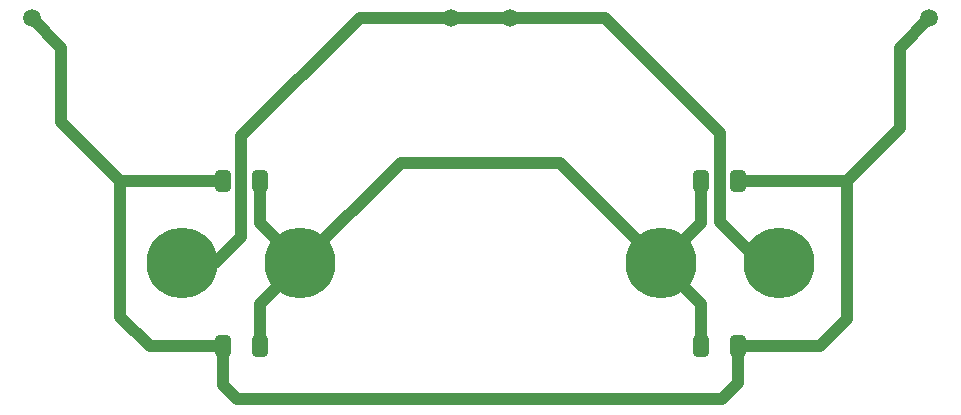
<source format=gbr>
%TF.GenerationSoftware,KiCad,Pcbnew,7.0.11+dfsg-1build4*%
%TF.CreationDate,2025-08-11T18:09:29+02:00*%
%TF.ProjectId,pendulum,70656e64-756c-4756-9d2e-6b696361645f,rev?*%
%TF.SameCoordinates,Original*%
%TF.FileFunction,Copper,L2,Bot*%
%TF.FilePolarity,Positive*%
%FSLAX46Y46*%
G04 Gerber Fmt 4.6, Leading zero omitted, Abs format (unit mm)*
G04 Created by KiCad (PCBNEW 7.0.11+dfsg-1build4) date 2025-08-11 18:09:29*
%MOMM*%
%LPD*%
G01*
G04 APERTURE LIST*
G04 Aperture macros list*
%AMRoundRect*
0 Rectangle with rounded corners*
0 $1 Rounding radius*
0 $2 $3 $4 $5 $6 $7 $8 $9 X,Y pos of 4 corners*
0 Add a 4 corners polygon primitive as box body*
4,1,4,$2,$3,$4,$5,$6,$7,$8,$9,$2,$3,0*
0 Add four circle primitives for the rounded corners*
1,1,$1+$1,$2,$3*
1,1,$1+$1,$4,$5*
1,1,$1+$1,$6,$7*
1,1,$1+$1,$8,$9*
0 Add four rect primitives between the rounded corners*
20,1,$1+$1,$2,$3,$4,$5,0*
20,1,$1+$1,$4,$5,$6,$7,0*
20,1,$1+$1,$6,$7,$8,$9,0*
20,1,$1+$1,$8,$9,$2,$3,0*%
G04 Aperture macros list end*
%TA.AperFunction,ComponentPad*%
%ADD10C,6.000000*%
%TD*%
%TA.AperFunction,SMDPad,CuDef*%
%ADD11C,1.500000*%
%TD*%
%TA.AperFunction,SMDPad,CuDef*%
%ADD12RoundRect,0.250000X0.412500X0.650000X-0.412500X0.650000X-0.412500X-0.650000X0.412500X-0.650000X0*%
%TD*%
%TA.AperFunction,SMDPad,CuDef*%
%ADD13RoundRect,0.250000X-0.412500X-0.650000X0.412500X-0.650000X0.412500X0.650000X-0.412500X0.650000X0*%
%TD*%
%TA.AperFunction,Conductor*%
%ADD14C,1.000000*%
%TD*%
G04 APERTURE END LIST*
D10*
%TO.P,D2,1,A*%
%TO.N,Net-(D1-K)*%
X191650000Y-181450000D03*
%TO.P,D2,2,K*%
%TO.N,Net-(D1-A)*%
X181650000Y-181450000D03*
%TD*%
%TO.P,D1,1,A*%
%TO.N,Net-(D1-A)*%
X151150000Y-181450000D03*
%TO.P,D1,2,K*%
%TO.N,Net-(D1-K)*%
X141150000Y-181450000D03*
%TD*%
D11*
%TO.P,L2,1,1*%
%TO.N,Net-(D1-K)*%
X163900000Y-160700000D03*
%TO.P,L2,2,2*%
%TO.N,Net-(C1-Pad2)*%
X128400000Y-160700000D03*
%TD*%
D12*
%TO.P,C2,1*%
%TO.N,Net-(D1-A)*%
X147712500Y-174450000D03*
%TO.P,C2,2*%
%TO.N,Net-(C1-Pad2)*%
X144587500Y-174450000D03*
%TD*%
%TO.P,C1,1*%
%TO.N,Net-(D1-A)*%
X147712500Y-188450000D03*
%TO.P,C1,2*%
%TO.N,Net-(C1-Pad2)*%
X144587500Y-188450000D03*
%TD*%
D13*
%TO.P,C4,1*%
%TO.N,Net-(D1-A)*%
X185087500Y-174450000D03*
%TO.P,C4,2*%
%TO.N,Net-(C1-Pad2)*%
X188212500Y-174450000D03*
%TD*%
D11*
%TO.P,L1,1,1*%
%TO.N,Net-(C1-Pad2)*%
X204400000Y-160700000D03*
%TO.P,L1,2,2*%
%TO.N,Net-(D1-K)*%
X168900000Y-160700000D03*
%TD*%
D13*
%TO.P,C3,1*%
%TO.N,Net-(D1-A)*%
X185087500Y-188450000D03*
%TO.P,C3,2*%
%TO.N,Net-(C1-Pad2)*%
X188212500Y-188450000D03*
%TD*%
D14*
%TO.N,Net-(D1-A)*%
X159650000Y-172950000D02*
X173100000Y-172950000D01*
X147712500Y-184887500D02*
X151150000Y-181450000D01*
X181650000Y-181450000D02*
X183725000Y-183525000D01*
X147712500Y-178012500D02*
X151150000Y-181450000D01*
X151150000Y-181450000D02*
X159650000Y-172950000D01*
X185087500Y-184887500D02*
X183725000Y-183525000D01*
X185087500Y-178012500D02*
X181650000Y-181450000D01*
X147712500Y-188450000D02*
X147712500Y-184887500D01*
X185087500Y-174450000D02*
X185087500Y-178012500D01*
X173100000Y-172950000D02*
X181650000Y-181500000D01*
X185087500Y-188450000D02*
X185087500Y-184887500D01*
X147712500Y-174450000D02*
X147712500Y-178012500D01*
%TO.N,Net-(D1-K)*%
X143900000Y-181450000D02*
X146150000Y-179200000D01*
X141150000Y-181450000D02*
X143900000Y-181450000D01*
X186650000Y-177950000D02*
X186650000Y-170450000D01*
X146150000Y-179200000D02*
X146150000Y-170700000D01*
X168900000Y-160700000D02*
X163900000Y-160700000D01*
X146150000Y-170700000D02*
X156150000Y-160700000D01*
X186650000Y-170450000D02*
X176900000Y-160700000D01*
X156150000Y-160700000D02*
X163900000Y-160700000D01*
X176900000Y-160700000D02*
X168900000Y-160700000D01*
X190150000Y-181450000D02*
X186650000Y-177950000D01*
%TO.N,Net-(C1-Pad2)*%
X197400000Y-174450000D02*
X197400000Y-186200000D01*
X128400000Y-160700000D02*
X130900000Y-163200000D01*
X145800000Y-192950000D02*
X186850000Y-192950000D01*
X197400000Y-186200000D02*
X195150000Y-188450000D01*
X144587500Y-174450000D02*
X135900000Y-174450000D01*
X188212500Y-188450000D02*
X188212500Y-191587500D01*
X197400000Y-174450000D02*
X188212500Y-174450000D01*
X135900000Y-185950000D02*
X138400000Y-188450000D01*
X130900000Y-163200000D02*
X130900000Y-169450000D01*
X144587500Y-191737500D02*
X145800000Y-192950000D01*
X201900000Y-169950000D02*
X197400000Y-174450000D01*
X135900000Y-174450000D02*
X135900000Y-185950000D01*
X188212500Y-191587500D02*
X186850000Y-192950000D01*
X201900000Y-163200000D02*
X201900000Y-169950000D01*
X130900000Y-169450000D02*
X135900000Y-174450000D01*
X195150000Y-188450000D02*
X188212500Y-188450000D01*
X204400000Y-160700000D02*
X201900000Y-163200000D01*
X138400000Y-188450000D02*
X144587500Y-188450000D01*
X144587500Y-188450000D02*
X144587500Y-191737500D01*
%TD*%
M02*

</source>
